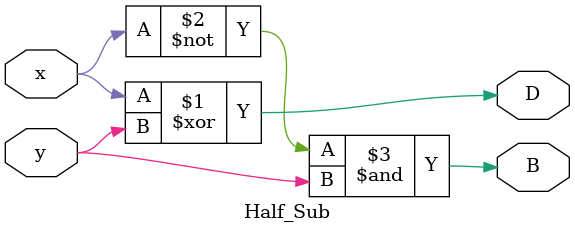
<source format=v>
module Half_Sub (output D, B, input x, y);
assign D = x ^ y;
assign B = ~x & y;
endmodule

</source>
